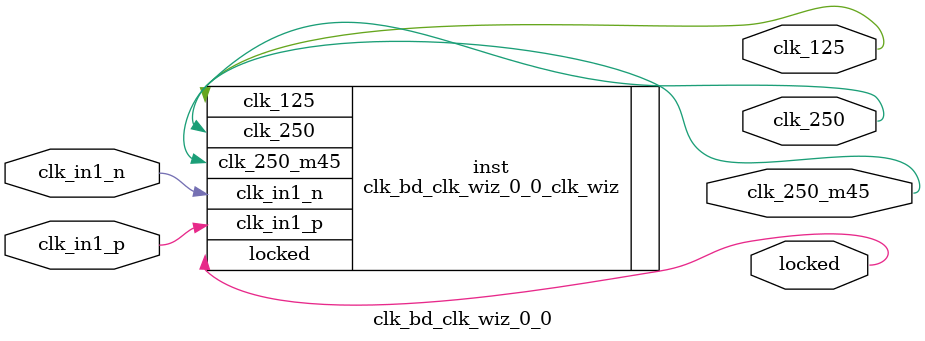
<source format=v>


`timescale 1ps/1ps

(* CORE_GENERATION_INFO = "clk_bd_clk_wiz_0_0,clk_wiz_v6_0_6_0_0,{component_name=clk_bd_clk_wiz_0_0,use_phase_alignment=true,use_min_o_jitter=false,use_max_i_jitter=false,use_dyn_phase_shift=false,use_inclk_switchover=false,use_dyn_reconfig=false,enable_axi=0,feedback_source=FDBK_AUTO,PRIMITIVE=MMCM,num_out_clk=3,clkin1_period=8.000,clkin2_period=10.000,use_power_down=false,use_reset=false,use_locked=true,use_inclk_stopped=false,feedback_type=SINGLE,CLOCK_MGR_TYPE=NA,manual_override=false}" *)

module clk_bd_clk_wiz_0_0 
 (
  // Clock out ports
  output        clk_125,
  output        clk_250,
  output        clk_250_m45,
  // Status and control signals
  output        locked,
 // Clock in ports
  input         clk_in1_p,
  input         clk_in1_n
 );

  clk_bd_clk_wiz_0_0_clk_wiz inst
  (
  // Clock out ports  
  .clk_125(clk_125),
  .clk_250(clk_250),
  .clk_250_m45(clk_250_m45),
  // Status and control signals               
  .locked(locked),
 // Clock in ports
  .clk_in1_p(clk_in1_p),
  .clk_in1_n(clk_in1_n)
  );

endmodule

</source>
